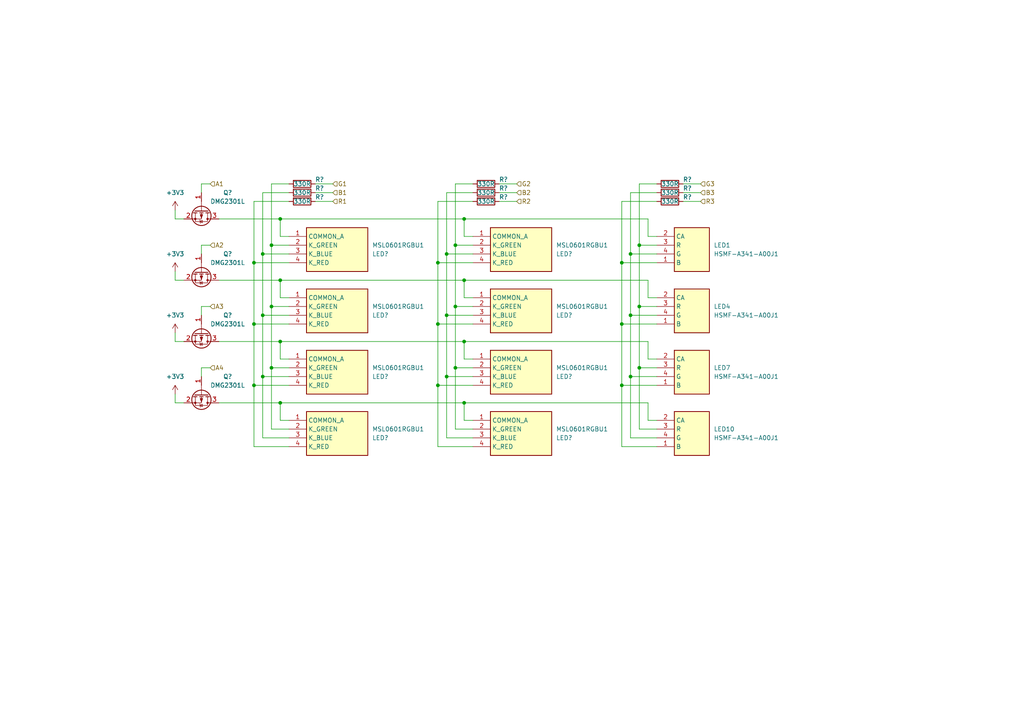
<source format=kicad_sch>
(kicad_sch (version 20230121) (generator eeschema)
  (paper "A4")
  (lib_symbols
    (symbol "Device:R" (pin_numbers hide) (pin_names (offset 0))
      (property "Reference" "R" (at 2.032 0 90))
      (property "Value" "R" (at 0 0 90))
      (symbol "R_0_1"
        (rectangle (start -1.016 -2.54) (end 1.016 2.54) (stroke (width 0.254)))
      )
      (symbol "R_1_1"
        (pin passive line (at 0 3.81 270) (length 1.27) (name "~") (number "1"))
        (pin passive line (at 0 -3.81 90) (length 1.27) (name "~") (number "2"))
      )
    )
    (symbol "HSMF-A341-A00J1:HSMF-A341-A00J1"
      (property "Reference" "LED" (at 0 7.62 0))
      (property "Value" "HSMF-A341-A00J1" (at 0 5.08 0))
      (symbol "HSMF-A341-A00J1_1_1"
        (rectangle (start 5.08 2.54) (end 15.24 -10.16) (stroke (width 0.254)) (fill (type background)))
        (pin passive line (at 0 -7.62 0) (length 5.08) (name "B") (number "1"))
        (pin passive line (at 0 0 0) (length 5.08) (name "CA") (number "2"))
        (pin passive line (at 0 -2.54 0) (length 5.08) (name "R") (number "3"))
        (pin passive line (at 0 -5.08 0) (length 5.08) (name "G") (number "4"))
      )
    )
    (symbol "MSL0601RGBU1:MSL0601RGBU1"
      (property "Reference" "LED" (at 24.13 7.62 0))
      (property "Value" "MSL0601RGBU1" (at 24.13 5.08 0))
      (symbol "MSL0601RGBU1_1_1"
        (rectangle (start 5.08 2.54) (end 22.86 -10.16) (stroke (width 0.254)) (fill (type background)))
        (pin passive line (at 0 -7.62 0) (length 5.08) (name "COMMON_A") (number "1"))
        (pin passive line (at 0 -5.08 0) (length 5.08) (name "K_GREEN") (number "2"))
        (pin passive line (at 0 -2.54 0) (length 5.08) (name "K_BLUE") (number "3"))
        (pin passive line (at 0 0 0) (length 5.08) (name "K_RED") (number "4"))
      )
    )
    (symbol "Transistor_FET:DMG2301L" (pin_names hide)
      (property "Reference" "Q" (at 5.08 1.905 0))
      (property "Value" "DMG2301L" (at 5.08 0 0))
      (symbol "DMG2301L_0_1"
        (polyline (pts (xy 0.254 0) (xy -2.54 0)))
        (polyline (pts (xy 0.254 1.905) (xy 0.254 -1.905)) (stroke (width 0.254)))
        (polyline (pts (xy 0.762 -1.27) (xy 0.762 -2.286)) (stroke (width 0.254)))
        (polyline (pts (xy 0.762 0.508) (xy 0.762 -0.508)) (stroke (width 0.254)))
        (polyline (pts (xy 0.762 2.286) (xy 0.762 1.27)) (stroke (width 0.254)))
        (polyline (pts (xy 2.54 2.54) (xy 2.54 1.778)))
        (polyline (pts (xy 2.54 -2.54) (xy 2.54 0) (xy 0.762 0)))
        (polyline (pts (xy 0.762 1.778) (xy 3.302 1.778) (xy 3.302 -1.778) (xy 0.762 -1.778)))
        (polyline (pts (xy 2.286 0) (xy 1.27 0.381) (xy 1.27 -0.381) (xy 2.286 0)) (fill (type outline)))
        (polyline (pts (xy 2.794 -0.508) (xy 2.921 -0.381) (xy 3.683 -0.381) (xy 3.81 -0.254)))
        (polyline (pts (xy 3.302 -0.381) (xy 2.921 0.254) (xy 3.683 0.254) (xy 3.302 -0.381)))
        (circle (center 1.651 0) (radius 2.794) (stroke (width 0.254)))
        (circle (center 2.54 -1.778) (radius 0.254) (fill (type outline)))
        (circle (center 2.54 1.778) (radius 0.254) (fill (type outline)))
      )
      (symbol "DMG2301L_1_1"
        (pin input line (at -5.08 0 0) (length 2.54) (name "G") (number "1"))
        (pin passive line (at 2.54 -5.08 90) (length 2.54) (name "S") (number "2"))
        (pin passive line (at 2.54 5.08 270) (length 2.54) (name "D") (number "3"))
      )
    )
    (symbol "power:+3V3" (power) (pin_names (offset 0))
      (property "Value" "+3V3" (at 0 3.556 0))
      (symbol "+3V3_0_1"
        (polyline (pts (xy -0.762 1.27) (xy 0 2.54)))
        (polyline (pts (xy 0 0) (xy 0 2.54)))
        (polyline (pts (xy 0 2.54) (xy 0.762 1.27)))
      )
      (symbol "+3V3_1_1"
        (pin power_in line (at 0 0 90) (length 0) hide (name "+3V3") (number "1"))
      )
    )
  )
  (junction (at 81.28 81.28))
  (junction (at 134.62 63.5))
  (junction (at 78.74 88.9))
  (junction (at 78.74 71.12))
  (junction (at 129.54 91.44))
  (junction (at 180.34 111.76))
  (junction (at 180.34 76.2))
  (junction (at 73.66 93.98))
  (junction (at 81.28 116.84))
  (junction (at 127 76.2))
  (junction (at 81.28 99.06))
  (junction (at 129.54 73.66))
  (junction (at 81.28 63.5))
  (junction (at 134.62 99.06))
  (junction (at 76.2 73.66))
  (junction (at 132.08 88.9))
  (junction (at 78.74 106.68))
  (junction (at 127 93.98))
  (junction (at 132.08 106.68))
  (junction (at 73.66 76.2))
  (junction (at 182.88 109.22))
  (junction (at 134.62 116.84))
  (junction (at 134.62 81.28))
  (junction (at 185.42 71.12))
  (junction (at 180.34 93.98))
  (junction (at 73.66 111.76))
  (junction (at 185.42 106.68))
  (junction (at 185.42 88.9))
  (junction (at 76.2 109.22))
  (junction (at 182.88 73.66))
  (junction (at 129.54 109.22))
  (junction (at 132.08 71.12))
  (junction (at 76.2 91.44))
  (junction (at 182.88 91.44))
  (junction (at 127 111.76))
  (wire (pts (xy 185.42 106.68) (xy 185.42 88.9)))
  (wire (pts (xy 50.8 81.28) (xy 53.34 81.28)))
  (wire (pts (xy 180.34 111.76) (xy 190.5 111.76)))
  (wire (pts (xy 63.5 81.28) (xy 81.28 81.28)))
  (wire (pts (xy 190.5 55.88) (xy 182.88 55.88)))
  (wire (pts (xy 134.62 116.84) (xy 134.62 121.92)))
  (wire (pts (xy 180.34 93.98) (xy 190.5 93.98)))
  (wire (pts (xy 127 76.2) (xy 137.16 76.2)))
  (wire (pts (xy 91.44 53.34) (xy 96.52 53.34)))
  (wire (pts (xy 180.34 58.42) (xy 190.5 58.42)))
  (wire (pts (xy 81.28 81.28) (xy 81.28 86.36)))
  (wire (pts (xy 132.08 88.9) (xy 137.16 88.9)))
  (wire (pts (xy 127 111.76) (xy 137.16 111.76)))
  (wire (pts (xy 187.96 86.36) (xy 190.5 86.36)))
  (wire (pts (xy 76.2 91.44) (xy 83.82 91.44)))
  (wire (pts (xy 185.42 106.68) (xy 190.5 106.68)))
  (wire (pts (xy 180.34 129.54) (xy 180.34 111.76)))
  (wire (pts (xy 60.96 106.68) (xy 58.42 106.68)))
  (wire (pts (xy 78.74 106.68) (xy 78.74 124.46)))
  (wire (pts (xy 78.74 71.12) (xy 78.74 53.34)))
  (wire (pts (xy 132.08 53.34) (xy 137.16 53.34)))
  (wire (pts (xy 137.16 55.88) (xy 129.54 55.88)))
  (wire (pts (xy 134.62 63.5) (xy 187.96 63.5)))
  (wire (pts (xy 187.96 63.5) (xy 187.96 68.58)))
  (wire (pts (xy 78.74 88.9) (xy 83.82 88.9)))
  (wire (pts (xy 134.62 81.28) (xy 134.62 86.36)))
  (wire (pts (xy 73.66 58.42) (xy 83.82 58.42)))
  (wire (pts (xy 129.54 91.44) (xy 129.54 109.22)))
  (wire (pts (xy 180.34 111.76) (xy 180.34 93.98)))
  (wire (pts (xy 91.44 58.42) (xy 96.52 58.42)))
  (wire (pts (xy 60.96 53.34) (xy 58.42 53.34)))
  (wire (pts (xy 129.54 91.44) (xy 137.16 91.44)))
  (wire (pts (xy 127 111.76) (xy 127 93.98)))
  (wire (pts (xy 185.42 53.34) (xy 190.5 53.34)))
  (wire (pts (xy 198.12 53.34) (xy 203.2 53.34)))
  (wire (pts (xy 58.42 88.9) (xy 58.42 91.44)))
  (wire (pts (xy 144.78 55.88) (xy 149.86 55.88)))
  (wire (pts (xy 127 129.54) (xy 127 111.76)))
  (wire (pts (xy 60.96 88.9) (xy 58.42 88.9)))
  (wire (pts (xy 144.78 53.34) (xy 149.86 53.34)))
  (wire (pts (xy 182.88 73.66) (xy 182.88 91.44)))
  (wire (pts (xy 73.66 93.98) (xy 83.82 93.98)))
  (wire (pts (xy 180.34 93.98) (xy 180.34 76.2)))
  (wire (pts (xy 73.66 111.76) (xy 73.66 129.54)))
  (wire (pts (xy 58.42 71.12) (xy 58.42 73.66)))
  (wire (pts (xy 81.28 86.36) (xy 83.82 86.36)))
  (wire (pts (xy 134.62 86.36) (xy 137.16 86.36)))
  (wire (pts (xy 190.5 124.46) (xy 185.42 124.46)))
  (wire (pts (xy 185.42 53.34) (xy 185.42 71.12)))
  (wire (pts (xy 185.42 88.9) (xy 185.42 71.12)))
  (wire (pts (xy 132.08 53.34) (xy 132.08 71.12)))
  (wire (pts (xy 134.62 63.5) (xy 134.62 68.58)))
  (wire (pts (xy 73.66 93.98) (xy 73.66 111.76)))
  (wire (pts (xy 180.34 76.2) (xy 190.5 76.2)))
  (wire (pts (xy 73.66 76.2) (xy 73.66 58.42)))
  (wire (pts (xy 134.62 81.28) (xy 81.28 81.28)))
  (wire (pts (xy 78.74 88.9) (xy 78.74 106.68)))
  (wire (pts (xy 50.8 96.52) (xy 50.8 99.06)))
  (wire (pts (xy 83.82 76.2) (xy 73.66 76.2)))
  (wire (pts (xy 129.54 73.66) (xy 129.54 91.44)))
  (wire (pts (xy 134.62 116.84) (xy 187.96 116.84)))
  (wire (pts (xy 137.16 124.46) (xy 132.08 124.46)))
  (wire (pts (xy 185.42 88.9) (xy 190.5 88.9)))
  (wire (pts (xy 132.08 71.12) (xy 137.16 71.12)))
  (wire (pts (xy 187.96 104.14) (xy 187.96 99.06)))
  (wire (pts (xy 182.88 109.22) (xy 190.5 109.22)))
  (wire (pts (xy 50.8 114.3) (xy 50.8 116.84)))
  (wire (pts (xy 83.82 71.12) (xy 78.74 71.12)))
  (wire (pts (xy 132.08 124.46) (xy 132.08 106.68)))
  (wire (pts (xy 137.16 129.54) (xy 127 129.54)))
  (wire (pts (xy 182.88 55.88) (xy 182.88 73.66)))
  (wire (pts (xy 76.2 91.44) (xy 76.2 109.22)))
  (wire (pts (xy 134.62 99.06) (xy 81.28 99.06)))
  (wire (pts (xy 180.34 58.42) (xy 180.34 76.2)))
  (wire (pts (xy 58.42 53.34) (xy 58.42 55.88)))
  (wire (pts (xy 83.82 73.66) (xy 76.2 73.66)))
  (wire (pts (xy 132.08 106.68) (xy 137.16 106.68)))
  (wire (pts (xy 50.8 99.06) (xy 53.34 99.06)))
  (wire (pts (xy 134.62 116.84) (xy 81.28 116.84)))
  (wire (pts (xy 83.82 68.58) (xy 81.28 68.58)))
  (wire (pts (xy 129.54 127) (xy 137.16 127)))
  (wire (pts (xy 187.96 86.36) (xy 187.96 81.28)))
  (wire (pts (xy 76.2 109.22) (xy 83.82 109.22)))
  (wire (pts (xy 134.62 104.14) (xy 137.16 104.14)))
  (wire (pts (xy 134.62 99.06) (xy 134.62 104.14)))
  (wire (pts (xy 144.78 58.42) (xy 149.86 58.42)))
  (wire (pts (xy 63.5 99.06) (xy 81.28 99.06)))
  (wire (pts (xy 50.8 116.84) (xy 53.34 116.84)))
  (wire (pts (xy 127 58.42) (xy 137.16 58.42)))
  (wire (pts (xy 198.12 58.42) (xy 203.2 58.42)))
  (wire (pts (xy 187.96 104.14) (xy 190.5 104.14)))
  (wire (pts (xy 50.8 60.96) (xy 50.8 63.5)))
  (wire (pts (xy 81.28 63.5) (xy 134.62 63.5)))
  (wire (pts (xy 134.62 81.28) (xy 187.96 81.28)))
  (wire (pts (xy 58.42 106.68) (xy 58.42 109.22)))
  (wire (pts (xy 78.74 106.68) (xy 83.82 106.68)))
  (wire (pts (xy 137.16 68.58) (xy 134.62 68.58)))
  (wire (pts (xy 129.54 55.88) (xy 129.54 73.66)))
  (wire (pts (xy 127 93.98) (xy 137.16 93.98)))
  (wire (pts (xy 134.62 99.06) (xy 187.96 99.06)))
  (wire (pts (xy 76.2 109.22) (xy 76.2 127)))
  (wire (pts (xy 78.74 53.34) (xy 83.82 53.34)))
  (wire (pts (xy 63.5 63.5) (xy 81.28 63.5)))
  (wire (pts (xy 60.96 71.12) (xy 58.42 71.12)))
  (wire (pts (xy 76.2 73.66) (xy 76.2 91.44)))
  (wire (pts (xy 50.8 78.74) (xy 50.8 81.28)))
  (wire (pts (xy 190.5 129.54) (xy 180.34 129.54)))
  (wire (pts (xy 73.66 76.2) (xy 73.66 93.98)))
  (wire (pts (xy 185.42 71.12) (xy 190.5 71.12)))
  (wire (pts (xy 73.66 129.54) (xy 83.82 129.54)))
  (wire (pts (xy 129.54 109.22) (xy 129.54 127)))
  (wire (pts (xy 185.42 124.46) (xy 185.42 106.68)))
  (wire (pts (xy 182.88 91.44) (xy 190.5 91.44)))
  (wire (pts (xy 182.88 127) (xy 190.5 127)))
  (wire (pts (xy 81.28 121.92) (xy 83.82 121.92)))
  (wire (pts (xy 198.12 55.88) (xy 203.2 55.88)))
  (wire (pts (xy 129.54 109.22) (xy 137.16 109.22)))
  (wire (pts (xy 190.5 73.66) (xy 182.88 73.66)))
  (wire (pts (xy 50.8 63.5) (xy 53.34 63.5)))
  (wire (pts (xy 63.5 116.84) (xy 81.28 116.84)))
  (wire (pts (xy 73.66 111.76) (xy 83.82 111.76)))
  (wire (pts (xy 81.28 68.58) (xy 81.28 63.5)))
  (wire (pts (xy 182.88 91.44) (xy 182.88 109.22)))
  (wire (pts (xy 132.08 88.9) (xy 132.08 71.12)))
  (wire (pts (xy 127 93.98) (xy 127 76.2)))
  (wire (pts (xy 134.62 121.92) (xy 137.16 121.92)))
  (wire (pts (xy 81.28 116.84) (xy 81.28 121.92)))
  (wire (pts (xy 187.96 121.92) (xy 190.5 121.92)))
  (wire (pts (xy 76.2 127) (xy 83.82 127)))
  (wire (pts (xy 182.88 109.22) (xy 182.88 127)))
  (wire (pts (xy 127 58.42) (xy 127 76.2)))
  (wire (pts (xy 81.28 99.06) (xy 81.28 104.14)))
  (wire (pts (xy 190.5 68.58) (xy 187.96 68.58)))
  (wire (pts (xy 78.74 124.46) (xy 83.82 124.46)))
  (wire (pts (xy 132.08 106.68) (xy 132.08 88.9)))
  (wire (pts (xy 81.28 104.14) (xy 83.82 104.14)))
  (wire (pts (xy 78.74 71.12) (xy 78.74 88.9)))
  (wire (pts (xy 91.44 55.88) (xy 96.52 55.88)))
  (wire (pts (xy 83.82 55.88) (xy 76.2 55.88)))
  (wire (pts (xy 137.16 73.66) (xy 129.54 73.66)))
  (wire (pts (xy 76.2 55.88) (xy 76.2 73.66)))
  (wire (pts (xy 187.96 121.92) (xy 187.96 116.84)))
  (hierarchical_label "R2" (shape input) (at 149.86 58.42 0))
  (hierarchical_label "G2" (shape input) (at 149.86 53.34 0))
  (hierarchical_label "A2" (shape input) (at 60.96 71.12 0))
  (hierarchical_label "G3" (shape input) (at 203.2 53.34 0))
  (hierarchical_label "A3" (shape input) (at 60.96 88.9 0))
  (hierarchical_label "A4" (shape input) (at 60.96 106.68 0))
  (hierarchical_label "R3" (shape input) (at 203.2 58.42 0))
  (hierarchical_label "G1" (shape input) (at 96.52 53.34 0))
  (hierarchical_label "A1" (shape input) (at 60.96 53.34 0))
  (hierarchical_label "R1" (shape input) (at 96.52 58.42 0))
  (hierarchical_label "B3" (shape input) (at 203.2 55.88 0))
  (hierarchical_label "B2" (shape input) (at 149.86 55.88 0))
  (hierarchical_label "B1" (shape input) (at 96.52 55.88 0))
  (symbol (lib_id "power:+3V3") (at 50.8 78.74 0) (unit 1)
    (property "Reference" "#PWR053" (effects hide))
    (property "Value" "+3V3" (at 50.8 73.66 0))
  )
  (symbol (lib_id "Device:R") (at 194.31 58.42 270) (mirror x) (unit 1)
    (property "Reference" "R?" (at 199.39 57.15 90))
    (property "Value" "330R" (at 194.31 58.42 90))
    (property "Footprint" "Resistor_SMD:R_0402_1005Metric_Pad0.72x0.64mm_HandSolder" (effects hide))
    (instances (project "portal_lights" (path "" (reference "R?") (unit 1)) (path "" (reference "R?") (unit 1)) (path "" (reference "R25") (unit 1))))
  )
  (symbol (lib_id "Transistor_FET:DMG2301L") (at 58.42 114.3 270) (unit 1)
    (property "Reference" "Q?" (at 66.04 109.22 90))
    (property "Value" "DMG2301L" (at 66.04 111.76 90))
    (property "Footprint" "Package_TO_SOT_SMD:SOT-23" (effects hide))
    (property "Datasheet" "https://www.diodes.com/assets/Datasheets/DMG2301L.pdf" (effects hide))
    (instances (project "portal_lights" (path "" (reference "Q?") (unit 1)) (path "" (reference "Q4") (unit 1))))
  )
  (symbol (lib_id "Transistor_FET:DMG2301L") (at 58.42 96.52 270) (unit 1)
    (property "Reference" "Q?" (at 66.04 91.44 90))
    (property "Value" "DMG2301L" (at 66.04 93.98 90))
    (property "Footprint" "Package_TO_SOT_SMD:SOT-23" (effects hide))
    (property "Datasheet" "https://www.diodes.com/assets/Datasheets/DMG2301L.pdf" (effects hide))
    (instances (project "portal_lights" (path "" (reference "Q?") (unit 1)) (path "" (reference "Q3") (unit 1))))
  )
  (symbol (lib_id "MSL0601RGBU1:MSL0601RGBU1") (at 137.16 76.2 0) (mirror x) (unit 1)
    (property "Reference" "LED?" (at 161.29 73.66 0) (effects (justify left)))
    (property "Value" "MSL0601RGBU1" (at 161.29 71.12 0) (effects (justify left)))
    (property "Footprint" "Library:MSL0601RGBU1" (effects hide))
    (property "Datasheet" "https://datasheet.datasheetarchive.com/originals/distributors/DKDS42/DSANUWW0049811.pdf" (effects hide))
    (property "Height" "1.35" (effects hide))
    (property "Mouser Part Number" "755-MSL0601RGBU1" (effects hide))
    (property "Mouser Price/Stock" "https://www.mouser.co.uk/ProductDetail/ROHM-Semiconductor/MSL0601RGBU1?qs=F5EMLAvA7IAg0rK0mfHa6w%3D%3D" (effects hide))
    (property "Manufacturer_Name" "ROHM Semiconductor" (effects hide))
    (property "Manufacturer_Part_Number" "MSL0601RGBU1" (effects hide))
    (instances (project "portal_lights" (path "" (reference "LED?") (unit 1)) (path "" (reference "LED3") (unit 1))))
  )
  (symbol (lib_id "MSL0601RGBU1:MSL0601RGBU1") (at 83.82 93.98 0) (mirror x) (unit 1)
    (property "Reference" "LED?" (at 107.95 91.44 0) (effects (justify left)))
    (property "Value" "MSL0601RGBU1" (at 107.95 88.9 0) (effects (justify left)))
    (property "Footprint" "Library:MSL0601RGBU1" (effects hide))
    (property "Datasheet" "https://datasheet.datasheetarchive.com/originals/distributors/DKDS42/DSANUWW0049811.pdf" (effects hide))
    (property "Height" "1.35" (effects hide))
    (property "Mouser Part Number" "755-MSL0601RGBU1" (effects hide))
    (property "Mouser Price/Stock" "https://www.mouser.co.uk/ProductDetail/ROHM-Semiconductor/MSL0601RGBU1?qs=F5EMLAvA7IAg0rK0mfHa6w%3D%3D" (effects hide))
    (property "Manufacturer_Name" "ROHM Semiconductor" (effects hide))
    (property "Manufacturer_Part_Number" "MSL0601RGBU1" (effects hide))
    (instances (project "portal_lights" (path "" (reference "LED?") (unit 1)) (path "" (reference "LED5") (unit 1))))
  )
  (symbol (lib_id "power:+3V3") (at 50.8 60.96 0) (unit 1)
    (property "Reference" "#PWR052" (effects hide))
    (property "Value" "+3V3" (at 50.8 55.88 0))
  )
  (symbol (lib_id "Device:R") (at 87.63 58.42 270) (mirror x) (unit 1)
    (property "Reference" "R?" (at 92.71 57.15 90))
    (property "Value" "330R" (at 87.63 58.42 90))
    (property "Footprint" "Resistor_SMD:R_0402_1005Metric_Pad0.72x0.64mm_HandSolder" (effects hide))
    (instances (project "portal_lights" (path "" (reference "R?") (unit 1)) (path "" (reference "R?") (unit 1)) (path "" (reference "R23") (unit 1))))
  )
  (symbol (lib_id "Transistor_FET:DMG2301L") (at 58.42 78.74 270) (unit 1)
    (property "Reference" "Q?" (at 66.04 73.66 90))
    (property "Value" "DMG2301L" (at 66.04 76.2 90))
    (property "Footprint" "Package_TO_SOT_SMD:SOT-23" (effects hide))
    (property "Datasheet" "https://www.diodes.com/assets/Datasheets/DMG2301L.pdf" (effects hide))
    (instances (project "portal_lights" (path "" (reference "Q?") (unit 1)) (path "" (reference "Q2") (unit 1))))
  )
  (symbol (lib_id "Device:R") (at 87.63 55.88 270) (mirror x) (unit 1)
    (property "Reference" "R?" (at 92.71 54.61 90))
    (property "Value" "330R" (at 87.63 55.88 90))
    (property "Footprint" "Resistor_SMD:R_0402_1005Metric_Pad0.72x0.64mm_HandSolder" (effects hide))
    (instances (project "portal_lights" (path "" (reference "R?") (unit 1)) (path "" (reference "R?") (unit 1)) (path "" (reference "R20") (unit 1))))
  )
  (symbol (lib_id "HSMF-A341-A00J1:HSMF-A341-A00J1") (at 190.5 104.14 0) (unit 1)
    (property "Reference" "LED7" (at 207.01 106.68 0) (effects (justify left)))
    (property "Value" "HSMF-A341-A00J1" (at 207.01 109.22 0) (effects (justify left)))
    (property "Footprint" "Library:HSMFA341A00J1" (effects hide))
    (property "Datasheet" "https://docs.broadcom.com/docs/AV02-0501EN" (effects hide))
    (property "Height" "2.1" (effects hide))
    (property "Mouser Part Number" "630-HSMF-A341-A00J1" (effects hide))
    (property "Mouser Price/Stock" "https://www.mouser.co.uk/ProductDetail/Broadcom-Avago/HSMF-A341-A00J1?qs=YDL0qNrpDT5s6%2F5XS39uEQ%3D%3D" (effects hide))
    (property "Manufacturer_Name" "Avago Technologies" (effects hide))
    (property "Manufacturer_Part_Number" "HSMF-A341-A00J1" (effects hide))
  )
  (symbol (lib_id "MSL0601RGBU1:MSL0601RGBU1") (at 83.82 111.76 0) (mirror x) (unit 1)
    (property "Reference" "LED?" (at 107.95 109.22 0) (effects (justify left)))
    (property "Value" "MSL0601RGBU1" (at 107.95 106.68 0) (effects (justify left)))
    (property "Footprint" "Library:MSL0601RGBU1" (effects hide))
    (property "Datasheet" "https://datasheet.datasheetarchive.com/originals/distributors/DKDS42/DSANUWW0049811.pdf" (effects hide))
    (property "Height" "1.35" (effects hide))
    (property "Mouser Part Number" "755-MSL0601RGBU1" (effects hide))
    (property "Mouser Price/Stock" "https://www.mouser.co.uk/ProductDetail/ROHM-Semiconductor/MSL0601RGBU1?qs=F5EMLAvA7IAg0rK0mfHa6w%3D%3D" (effects hide))
    (property "Manufacturer_Name" "ROHM Semiconductor" (effects hide))
    (property "Manufacturer_Part_Number" "MSL0601RGBU1" (effects hide))
    (instances (project "portal_lights" (path "" (reference "LED?") (unit 1)) (path "" (reference "LED8") (unit 1))))
  )
  (symbol (lib_id "Device:R") (at 194.31 53.34 270) (mirror x) (unit 1)
    (property "Reference" "R?" (at 199.39 52.07 90))
    (property "Value" "330R" (at 194.31 53.34 90))
    (property "Footprint" "Resistor_SMD:R_0402_1005Metric_Pad0.72x0.64mm_HandSolder" (effects hide))
    (instances (project "portal_lights" (path "" (reference "R?") (unit 1)) (path "" (reference "R?") (unit 1)) (path "" (reference "R19") (unit 1))))
  )
  (symbol (lib_id "MSL0601RGBU1:MSL0601RGBU1") (at 83.82 129.54 0) (mirror x) (unit 1)
    (property "Reference" "LED?" (at 107.95 127 0) (effects (justify left)))
    (property "Value" "MSL0601RGBU1" (at 107.95 124.46 0) (effects (justify left)))
    (property "Footprint" "Library:MSL0601RGBU1" (effects hide))
    (property "Datasheet" "https://datasheet.datasheetarchive.com/originals/distributors/DKDS42/DSANUWW0049811.pdf" (effects hide))
    (property "Height" "1.35" (effects hide))
    (property "Mouser Part Number" "755-MSL0601RGBU1" (effects hide))
    (property "Mouser Price/Stock" "https://www.mouser.co.uk/ProductDetail/ROHM-Semiconductor/MSL0601RGBU1?qs=F5EMLAvA7IAg0rK0mfHa6w%3D%3D" (effects hide))
    (property "Manufacturer_Name" "ROHM Semiconductor" (effects hide))
    (property "Manufacturer_Part_Number" "MSL0601RGBU1" (effects hide))
    (instances (project "portal_lights" (path "" (reference "LED?") (unit 1)) (path "" (reference "LED11") (unit 1))))
  )
  (symbol (lib_id "power:+3V3") (at 50.8 96.52 0) (unit 1)
    (property "Reference" "#PWR054" (effects hide))
    (property "Value" "+3V3" (at 50.8 91.44 0))
  )
  (symbol (lib_id "HSMF-A341-A00J1:HSMF-A341-A00J1") (at 190.5 68.58 0) (unit 1)
    (property "Reference" "LED1" (at 207.01 71.12 0) (effects (justify left)))
    (property "Value" "HSMF-A341-A00J1" (at 207.01 73.66 0) (effects (justify left)))
    (property "Footprint" "Library:HSMFA341A00J1" (effects hide))
    (property "Datasheet" "https://docs.broadcom.com/docs/AV02-0501EN" (effects hide))
    (property "Height" "2.1" (effects hide))
    (property "Mouser Part Number" "630-HSMF-A341-A00J1" (effects hide))
    (property "Mouser Price/Stock" "https://www.mouser.co.uk/ProductDetail/Broadcom-Avago/HSMF-A341-A00J1?qs=YDL0qNrpDT5s6%2F5XS39uEQ%3D%3D" (effects hide))
    (property "Manufacturer_Name" "Avago Technologies" (effects hide))
    (property "Manufacturer_Part_Number" "HSMF-A341-A00J1" (effects hide))
  )
  (symbol (lib_id "HSMF-A341-A00J1:HSMF-A341-A00J1") (at 190.5 121.92 0) (unit 1)
    (property "Reference" "LED10" (at 207.01 124.46 0) (effects (justify left)))
    (property "Value" "HSMF-A341-A00J1" (at 207.01 127 0) (effects (justify left)))
    (property "Footprint" "Library:HSMFA341A00J1" (effects hide))
    (property "Datasheet" "https://docs.broadcom.com/docs/AV02-0501EN" (effects hide))
    (property "Height" "2.1" (effects hide))
    (property "Mouser Part Number" "630-HSMF-A341-A00J1" (effects hide))
    (property "Mouser Price/Stock" "https://www.mouser.co.uk/ProductDetail/Broadcom-Avago/HSMF-A341-A00J1?qs=YDL0qNrpDT5s6%2F5XS39uEQ%3D%3D" (effects hide))
    (property "Manufacturer_Name" "Avago Technologies" (effects hide))
    (property "Manufacturer_Part_Number" "HSMF-A341-A00J1" (effects hide))
  )
  (symbol (lib_id "MSL0601RGBU1:MSL0601RGBU1") (at 137.16 111.76 0) (mirror x) (unit 1)
    (property "Reference" "LED?" (at 161.29 109.22 0) (effects (justify left)))
    (property "Value" "MSL0601RGBU1" (at 161.29 106.68 0) (effects (justify left)))
    (property "Footprint" "Library:MSL0601RGBU1" (effects hide))
    (property "Datasheet" "https://datasheet.datasheetarchive.com/originals/distributors/DKDS42/DSANUWW0049811.pdf" (effects hide))
    (property "Height" "1.35" (effects hide))
    (property "Mouser Part Number" "755-MSL0601RGBU1" (effects hide))
    (property "Mouser Price/Stock" "https://www.mouser.co.uk/ProductDetail/ROHM-Semiconductor/MSL0601RGBU1?qs=F5EMLAvA7IAg0rK0mfHa6w%3D%3D" (effects hide))
    (property "Manufacturer_Name" "ROHM Semiconductor" (effects hide))
    (property "Manufacturer_Part_Number" "MSL0601RGBU1" (effects hide))
    (instances (project "portal_lights" (path "" (reference "LED?") (unit 1)) (path "" (reference "LED9") (unit 1))))
  )
  (symbol (lib_id "MSL0601RGBU1:MSL0601RGBU1") (at 137.16 93.98 0) (mirror x) (unit 1)
    (property "Reference" "LED?" (at 161.29 91.44 0) (effects (justify left)))
    (property "Value" "MSL0601RGBU1" (at 161.29 88.9 0) (effects (justify left)))
    (property "Footprint" "Library:MSL0601RGBU1" (effects hide))
    (property "Datasheet" "https://datasheet.datasheetarchive.com/originals/distributors/DKDS42/DSANUWW0049811.pdf" (effects hide))
    (property "Height" "1.35" (effects hide))
    (property "Mouser Part Number" "755-MSL0601RGBU1" (effects hide))
    (property "Mouser Price/Stock" "https://www.mouser.co.uk/ProductDetail/ROHM-Semiconductor/MSL0601RGBU1?qs=F5EMLAvA7IAg0rK0mfHa6w%3D%3D" (effects hide))
    (property "Manufacturer_Name" "ROHM Semiconductor" (effects hide))
    (property "Manufacturer_Part_Number" "MSL0601RGBU1" (effects hide))
    (instances (project "portal_lights" (path "" (reference "LED?") (unit 1)) (path "" (reference "LED6") (unit 1))))
  )
  (symbol (lib_id "Device:R") (at 140.97 55.88 270) (mirror x) (unit 1)
    (property "Reference" "R?" (at 146.05 54.61 90))
    (property "Value" "330R" (at 140.97 55.88 90))
    (property "Footprint" "Resistor_SMD:R_0402_1005Metric_Pad0.72x0.64mm_HandSolder" (effects hide))
    (instances (project "portal_lights" (path "" (reference "R?") (unit 1)) (path "" (reference "R?") (unit 1)) (path "" (reference "R21") (unit 1))))
  )
  (symbol (lib_id "Device:R") (at 194.31 55.88 270) (mirror x) (unit 1)
    (property "Reference" "R?" (at 199.39 54.61 90))
    (property "Value" "330R" (at 194.31 55.88 90))
    (property "Footprint" "Resistor_SMD:R_0402_1005Metric_Pad0.72x0.64mm_HandSolder" (effects hide))
    (instances (project "portal_lights" (path "" (reference "R?") (unit 1)) (path "" (reference "R?") (unit 1)) (path "" (reference "R22") (unit 1))))
  )
  (symbol (lib_id "Device:R") (at 140.97 53.34 270) (mirror x) (unit 1)
    (property "Reference" "R?" (at 146.05 52.07 90))
    (property "Value" "330R" (at 140.97 53.34 90))
    (property "Footprint" "Resistor_SMD:R_0402_1005Metric_Pad0.72x0.64mm_HandSolder" (effects hide))
    (instances (project "portal_lights" (path "" (reference "R?") (unit 1)) (path "" (reference "R?") (unit 1)) (path "" (reference "R18") (unit 1))))
  )
  (symbol (lib_id "HSMF-A341-A00J1:HSMF-A341-A00J1") (at 190.5 86.36 0) (unit 1)
    (property "Reference" "LED4" (at 207.01 88.9 0) (effects (justify left)))
    (property "Value" "HSMF-A341-A00J1" (at 207.01 91.44 0) (effects (justify left)))
    (property "Footprint" "Library:HSMFA341A00J1" (effects hide))
    (property "Datasheet" "https://docs.broadcom.com/docs/AV02-0501EN" (effects hide))
    (property "Height" "2.1" (effects hide))
    (property "Mouser Part Number" "630-HSMF-A341-A00J1" (effects hide))
    (property "Mouser Price/Stock" "https://www.mouser.co.uk/ProductDetail/Broadcom-Avago/HSMF-A341-A00J1?qs=YDL0qNrpDT5s6%2F5XS39uEQ%3D%3D" (effects hide))
    (property "Manufacturer_Name" "Avago Technologies" (effects hide))
    (property "Manufacturer_Part_Number" "HSMF-A341-A00J1" (effects hide))
  )
  (symbol (lib_id "MSL0601RGBU1:MSL0601RGBU1") (at 83.82 76.2 0) (mirror x) (unit 1)
    (property "Reference" "LED?" (at 107.95 73.66 0) (effects (justify left)))
    (property "Value" "MSL0601RGBU1" (at 107.95 71.12 0) (effects (justify left)))
    (property "Footprint" "Library:MSL0601RGBU1" (effects hide))
    (property "Datasheet" "https://datasheet.datasheetarchive.com/originals/distributors/DKDS42/DSANUWW0049811.pdf" (effects hide))
    (property "Height" "1.35" (effects hide))
    (property "Mouser Part Number" "755-MSL0601RGBU1" (effects hide))
    (property "Mouser Price/Stock" "https://www.mouser.co.uk/ProductDetail/ROHM-Semiconductor/MSL0601RGBU1?qs=F5EMLAvA7IAg0rK0mfHa6w%3D%3D" (effects hide))
    (property "Manufacturer_Name" "ROHM Semiconductor" (effects hide))
    (property "Manufacturer_Part_Number" "MSL0601RGBU1" (effects hide))
    (instances (project "portal_lights" (path "" (reference "LED?") (unit 1)) (path "" (reference "LED2") (unit 1))))
  )
  (symbol (lib_id "Transistor_FET:DMG2301L") (at 58.42 60.96 270) (unit 1)
    (property "Reference" "Q?" (at 66.04 55.88 90))
    (property "Value" "DMG2301L" (at 66.04 58.42 90))
    (property "Footprint" "Package_TO_SOT_SMD:SOT-23" (effects hide))
    (property "Datasheet" "https://www.diodes.com/assets/Datasheets/DMG2301L.pdf" (effects hide))
    (instances (project "portal_lights" (path "" (reference "Q?") (unit 1)) (path "" (reference "Q1") (unit 1))))
  )
  (symbol (lib_id "Device:R") (at 87.63 53.34 270) (mirror x) (unit 1)
    (property "Reference" "R?" (at 92.71 52.07 90))
    (property "Value" "330R" (at 87.63 53.34 90))
    (property "Footprint" "Resistor_SMD:R_0402_1005Metric_Pad0.72x0.64mm_HandSolder" (effects hide))
    (instances (project "portal_lights" (path "" (reference "R?") (unit 1)) (path "" (reference "R?") (unit 1)) (path "" (reference "R17") (unit 1))))
  )
  (symbol (lib_id "power:+3V3") (at 50.8 114.3 0) (unit 1)
    (property "Reference" "#PWR055" (effects hide))
    (property "Value" "+3V3" (at 50.8 109.22 0))
  )
  (symbol (lib_id "MSL0601RGBU1:MSL0601RGBU1") (at 137.16 129.54 0) (mirror x) (unit 1)
    (property "Reference" "LED?" (at 161.29 127 0) (effects (justify left)))
    (property "Value" "MSL0601RGBU1" (at 161.29 124.46 0) (effects (justify left)))
    (property "Footprint" "Library:MSL0601RGBU1" (effects hide))
    (property "Datasheet" "https://datasheet.datasheetarchive.com/originals/distributors/DKDS42/DSANUWW0049811.pdf" (effects hide))
    (property "Height" "1.35" (effects hide))
    (property "Mouser Part Number" "755-MSL0601RGBU1" (effects hide))
    (property "Mouser Price/Stock" "https://www.mouser.co.uk/ProductDetail/ROHM-Semiconductor/MSL0601RGBU1?qs=F5EMLAvA7IAg0rK0mfHa6w%3D%3D" (effects hide))
    (property "Manufacturer_Name" "ROHM Semiconductor" (effects hide))
    (property "Manufacturer_Part_Number" "MSL0601RGBU1" (effects hide))
    (instances (project "portal_lights" (path "" (reference "LED?") (unit 1)) (path "" (reference "LED12") (unit 1))))
  )
  (symbol (lib_id "Device:R") (at 140.97 58.42 270) (mirror x) (unit 1)
    (property "Reference" "R?" (at 146.05 57.15 90))
    (property "Value" "330R" (at 140.97 58.42 90))
    (property "Footprint" "Resistor_SMD:R_0402_1005Metric_Pad0.72x0.64mm_HandSolder" (effects hide))
    (instances (project "portal_lights" (path "" (reference "R?") (unit 1)) (path "" (reference "R?") (unit 1)) (path "" (reference "R24") (unit 1))))
  )
)
</source>
